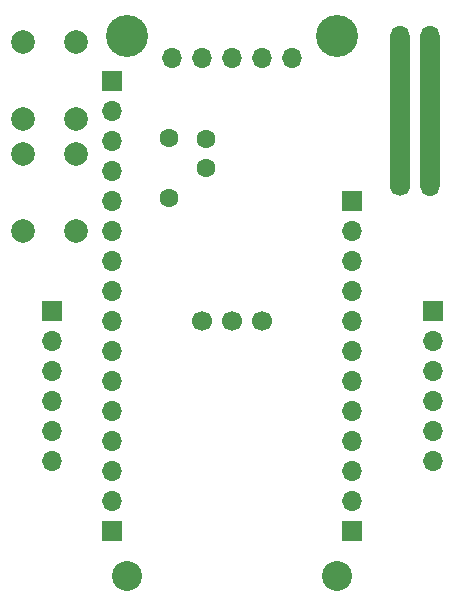
<source format=gbs>
G04 #@! TF.GenerationSoftware,KiCad,Pcbnew,(6.0.1-0)*
G04 #@! TF.CreationDate,2022-01-24T10:27:26-05:00*
G04 #@! TF.ProjectId,Feather-F405-Bridge,46656174-6865-4722-9d46-3430352d4272,rev?*
G04 #@! TF.SameCoordinates,Original*
G04 #@! TF.FileFunction,Soldermask,Bot*
G04 #@! TF.FilePolarity,Negative*
%FSLAX46Y46*%
G04 Gerber Fmt 4.6, Leading zero omitted, Abs format (unit mm)*
G04 Created by KiCad (PCBNEW (6.0.1-0)) date 2022-01-24 10:27:26*
%MOMM*%
%LPD*%
G01*
G04 APERTURE LIST*
%ADD10C,1.700000*%
%ADD11O,1.700000X1.700000*%
%ADD12C,2.540000*%
%ADD13C,3.556000*%
%ADD14R,1.700000X1.700000*%
%ADD15C,1.600000*%
%ADD16C,2.000000*%
G04 APERTURE END LIST*
G36*
X81495000Y-133477000D02*
G01*
X79795000Y-133477000D01*
X79795000Y-120777000D01*
X81495000Y-120777000D01*
X81495000Y-133477000D01*
G37*
G36*
X78955000Y-133477000D02*
G01*
X77255000Y-133477000D01*
X77255000Y-120777000D01*
X78955000Y-120777000D01*
X78955000Y-133477000D01*
G37*
D10*
X78105000Y-133477000D03*
D11*
X80645000Y-133477000D03*
X78105000Y-130937000D03*
X80645000Y-130937000D03*
X78105000Y-128397000D03*
X80645000Y-128397000D03*
X78105000Y-125857000D03*
X80645000Y-125857000D03*
X78105000Y-123317000D03*
X80645000Y-123317000D03*
X78105000Y-120777000D03*
X80645000Y-120777000D03*
D12*
X72820000Y-166460000D03*
D13*
X55040000Y-120740000D03*
X72820000Y-120740000D03*
D12*
X55040000Y-166460000D03*
D14*
X53770000Y-124550000D03*
D11*
X53770000Y-127090000D03*
X53770000Y-129630000D03*
X53770000Y-132170000D03*
X53770000Y-134710000D03*
X53770000Y-137250000D03*
X53770000Y-139790000D03*
X53770000Y-142330000D03*
X53770000Y-144870000D03*
X53770000Y-147410000D03*
X53770000Y-149950000D03*
X53770000Y-152490000D03*
X53770000Y-155030000D03*
X53770000Y-157570000D03*
X53770000Y-160110000D03*
D14*
X53770000Y-162650000D03*
X74090000Y-162650000D03*
D11*
X74090000Y-160110000D03*
X74090000Y-157570000D03*
X74090000Y-155030000D03*
X74090000Y-152490000D03*
X74090000Y-149950000D03*
X74090000Y-147410000D03*
X74090000Y-144870000D03*
X74090000Y-142330000D03*
X74090000Y-139790000D03*
X74090000Y-137250000D03*
D14*
X74090000Y-134710000D03*
D11*
X69010000Y-122645000D03*
X66470000Y-122645000D03*
X63930000Y-122645000D03*
X61390000Y-122645000D03*
X58850000Y-122645000D03*
D10*
X66470000Y-144870000D03*
X63930000Y-144870000D03*
X61390000Y-144870000D03*
D15*
X58547000Y-134488000D03*
X58547000Y-129408000D03*
D11*
X80899000Y-156718000D03*
X80899000Y-154178000D03*
X80899000Y-151638000D03*
X80899000Y-149098000D03*
X80899000Y-146558000D03*
D14*
X80899000Y-144018000D03*
D15*
X61722000Y-129453000D03*
X61722000Y-131953000D03*
D14*
X48641000Y-144018000D03*
D11*
X48641000Y-146558000D03*
X48641000Y-149098000D03*
X48641000Y-151638000D03*
X48641000Y-154178000D03*
X48641000Y-156718000D03*
D16*
X46173000Y-130787000D03*
X46173000Y-137287000D03*
X50673000Y-130787000D03*
X50673000Y-137287000D03*
X46173000Y-121262000D03*
X46173000Y-127762000D03*
X50673000Y-121262000D03*
X50673000Y-127762000D03*
M02*

</source>
